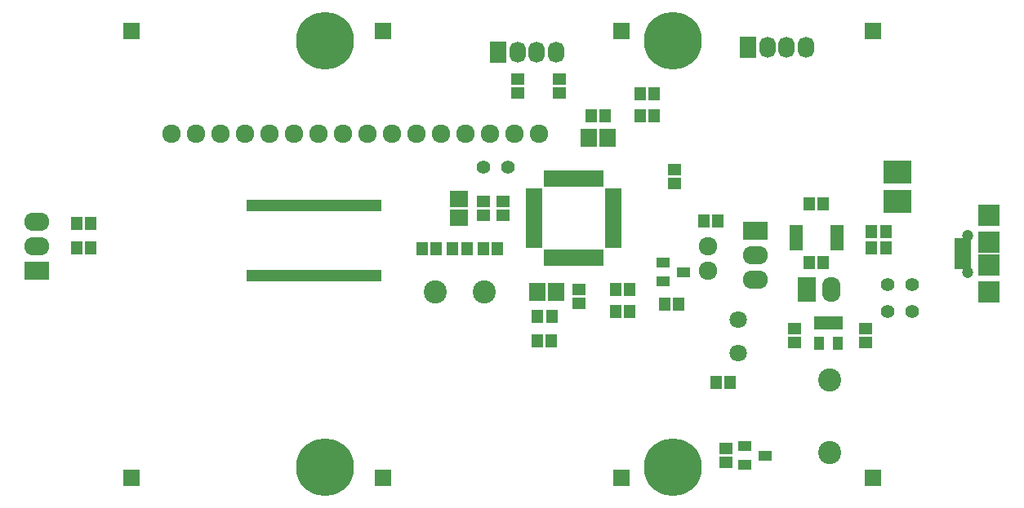
<source format=gbr>
%TF.GenerationSoftware,KiCad,Pcbnew,no-vcs-found-7613~57~ubuntu16.10.1*%
%TF.CreationDate,2017-03-07T09:53:51+01:00*%
%TF.ProjectId,gp8-clock,6770382D636C6F636B2E6B696361645F,rev?*%
%TF.FileFunction,Soldermask,Bot*%
%TF.FilePolarity,Negative*%
%FSLAX46Y46*%
G04 Gerber Fmt 4.6, Leading zero omitted, Abs format (unit mm)*
G04 Created by KiCad (PCBNEW no-vcs-found-7613~57~ubuntu16.10.1) date Tue Mar  7 09:53:51 2017*
%MOMM*%
%LPD*%
G01*
G04 APERTURE LIST*
%ADD10C,0.100000*%
%ADD11R,0.600000X1.300000*%
%ADD12R,1.299160X1.400760*%
%ADD13C,6.000000*%
%ADD14R,1.750000X1.750000*%
%ADD15O,1.700000X2.200000*%
%ADD16R,1.700000X2.200000*%
%ADD17R,1.400760X1.299160*%
%ADD18R,0.999440X1.400760*%
%ADD19C,1.924000*%
%ADD20R,1.898600X1.700480*%
%ADD21R,1.700480X1.898600*%
%ADD22R,1.400760X0.999440*%
%ADD23R,2.599640X1.924000*%
%ADD24O,2.599640X1.924000*%
%ADD25R,1.700480X0.699720*%
%ADD26R,0.699720X1.700480*%
%ADD27R,2.297380X2.297380*%
%ADD28R,1.748740X0.798780*%
%ADD29R,1.746200X0.798780*%
%ADD30C,1.197560*%
%ADD31R,1.400000X0.650000*%
%ADD32R,2.899360X2.350720*%
%ADD33C,1.416000*%
%ADD34C,1.800000*%
%ADD35C,2.400000*%
%ADD36R,1.924000X2.599640*%
%ADD37O,1.924000X2.599640*%
%ADD38C,2.398980*%
G04 APERTURE END LIST*
D10*
D11*
X125838000Y-97492000D03*
X126338000Y-97492000D03*
X126838000Y-97492000D03*
X127338000Y-97492000D03*
X127838000Y-97492000D03*
X128338000Y-97492000D03*
X128838000Y-97492000D03*
X129338000Y-97492000D03*
X129838000Y-97492000D03*
X130338000Y-97492000D03*
X130838000Y-97492000D03*
X131338000Y-97492000D03*
X131838000Y-97492000D03*
X132338000Y-97492000D03*
X132838000Y-97492000D03*
X133338000Y-97492000D03*
X133838000Y-97492000D03*
X134338000Y-97492000D03*
X134838000Y-97492000D03*
X135338000Y-97492000D03*
X135838000Y-97492000D03*
X136338000Y-97492000D03*
X136838000Y-97492000D03*
X137338000Y-97492000D03*
X137838000Y-97492000D03*
X138338000Y-97492000D03*
X138838000Y-97492000D03*
X139338000Y-97492000D03*
X139338000Y-104752000D03*
X138838000Y-104752000D03*
X138338000Y-104752000D03*
X137838000Y-104752000D03*
X137338000Y-104752000D03*
X136838000Y-104752000D03*
X136338000Y-104752000D03*
X135838000Y-104752000D03*
X135338000Y-104752000D03*
X134838000Y-104752000D03*
X134338000Y-104752000D03*
X133838000Y-104752000D03*
X133338000Y-104752000D03*
X132838000Y-104752000D03*
X132338000Y-104752000D03*
X131838000Y-104752000D03*
X131338000Y-104752000D03*
X130838000Y-104752000D03*
X130338000Y-104752000D03*
X129838000Y-104752000D03*
X129338000Y-104752000D03*
X128838000Y-104752000D03*
X128338000Y-104752000D03*
X127838000Y-104752000D03*
X127338000Y-104752000D03*
X126838000Y-104752000D03*
X126338000Y-104752000D03*
X125838000Y-104752000D03*
D12*
X167883840Y-85852000D03*
X166380160Y-85852000D03*
X166380160Y-88138000D03*
X167883840Y-88138000D03*
X185409840Y-97282000D03*
X183906160Y-97282000D03*
D13*
X169773600Y-124637800D03*
X169773600Y-80365600D03*
X133756400Y-80416400D03*
X133731000Y-124637800D03*
D14*
X190500000Y-125730000D03*
X190500000Y-79375000D03*
X139700000Y-79375000D03*
X164465000Y-79375000D03*
X164465000Y-125730000D03*
X113665000Y-125730000D03*
X139700000Y-125730000D03*
X113665000Y-79375000D03*
D15*
X183594000Y-81026000D03*
X181594000Y-81026000D03*
X179594000Y-81026000D03*
D16*
X177594000Y-81026000D03*
X151686000Y-81534000D03*
D15*
X153686000Y-81534000D03*
X155686000Y-81534000D03*
X157686000Y-81534000D03*
D17*
X189738000Y-110246160D03*
X189738000Y-111749840D03*
X182372000Y-111749840D03*
X182372000Y-110246160D03*
D18*
X184975500Y-109687360D03*
X186880500Y-109687360D03*
X185928000Y-109687360D03*
X186880500Y-111800640D03*
X184975500Y-111800640D03*
D19*
X155904000Y-90011000D03*
X153364000Y-90011000D03*
X150824000Y-90011000D03*
X148284000Y-90011000D03*
X145744000Y-90011000D03*
X143204000Y-90011000D03*
X140664000Y-90011000D03*
X138124000Y-90011000D03*
X135584000Y-90011000D03*
X133044000Y-90011000D03*
X130504000Y-90011000D03*
X127964000Y-90011000D03*
X125424000Y-90011000D03*
X122884000Y-90011000D03*
X120344000Y-90011000D03*
X117804000Y-90011000D03*
X173414000Y-101711000D03*
X173414000Y-104251000D03*
D12*
X109463840Y-99314000D03*
X107960160Y-99314000D03*
X163840160Y-106172000D03*
X165343840Y-106172000D03*
X145277840Y-101981000D03*
X143774160Y-101981000D03*
X150124160Y-101981000D03*
X151627840Y-101981000D03*
X163840160Y-108458000D03*
X165343840Y-108458000D03*
D20*
X147574000Y-96837500D03*
X147574000Y-98742500D03*
D17*
X150114000Y-97038160D03*
X150114000Y-98541840D03*
X152146000Y-97038160D03*
X152146000Y-98541840D03*
D12*
X155712160Y-111506000D03*
X157215840Y-111506000D03*
X155722320Y-108966000D03*
X157226000Y-108966000D03*
D21*
X155765500Y-106426000D03*
X157670500Y-106426000D03*
D17*
X169926000Y-95239840D03*
X169926000Y-93736160D03*
D12*
X162803840Y-88138000D03*
X161300160Y-88138000D03*
D21*
X163004500Y-90424000D03*
X161099500Y-90424000D03*
D22*
X168742360Y-105346500D03*
X170855640Y-104394000D03*
X168742360Y-103441500D03*
D17*
X160020000Y-106182160D03*
X160020000Y-107685840D03*
D12*
X168920160Y-107696000D03*
X170423840Y-107696000D03*
X172974000Y-99060000D03*
X174477680Y-99060000D03*
X109453680Y-101854000D03*
X107950000Y-101854000D03*
X146949160Y-101981000D03*
X148452840Y-101981000D03*
X191886840Y-100203000D03*
X190383160Y-100203000D03*
X191886840Y-101854000D03*
X190383160Y-101854000D03*
X175757840Y-115824000D03*
X174254160Y-115824000D03*
D17*
X175260000Y-122692160D03*
X175260000Y-124195840D03*
D12*
X183906160Y-103378000D03*
X185409840Y-103378000D03*
D23*
X103854000Y-104251000D03*
D24*
X103854000Y-101711000D03*
X103854000Y-99171000D03*
D25*
X155412440Y-100055680D03*
X155412440Y-99555300D03*
X155412440Y-99054920D03*
X155412440Y-98557080D03*
X155412440Y-98056700D03*
X155412440Y-101556820D03*
X155412440Y-101056440D03*
X155412440Y-100556060D03*
D26*
X156761180Y-94706440D03*
X157261560Y-94706440D03*
X157761940Y-94706440D03*
X158262320Y-94706440D03*
X158762700Y-94706440D03*
X159263080Y-94706440D03*
X159760920Y-94706440D03*
X160261300Y-94706440D03*
D25*
X163611560Y-96055180D03*
X163611560Y-96555560D03*
X163611560Y-97055940D03*
X163611560Y-97556320D03*
X163611560Y-98056700D03*
X163611560Y-98557080D03*
X163611560Y-99054920D03*
X163611560Y-99555300D03*
D26*
X162262820Y-102905560D03*
X161762440Y-102905560D03*
X161262060Y-102905560D03*
X160761680Y-102905560D03*
X160261300Y-102905560D03*
X159760920Y-102905560D03*
X159263080Y-102905560D03*
X158762700Y-102905560D03*
D25*
X155412440Y-97556320D03*
X155412440Y-97055940D03*
X155412440Y-96555560D03*
X155412440Y-96055180D03*
D26*
X160761680Y-94706440D03*
X161262060Y-94706440D03*
X161762440Y-94706440D03*
X162262820Y-94706440D03*
D25*
X163611560Y-100055680D03*
X163611560Y-100556060D03*
X163611560Y-101056440D03*
X163611560Y-101556820D03*
D26*
X158262320Y-102905560D03*
X157761940Y-102905560D03*
X157261560Y-102905560D03*
X156761180Y-102905560D03*
D27*
X202539600Y-101290120D03*
X202539600Y-103687880D03*
X202539600Y-106438700D03*
X202539600Y-98539300D03*
D28*
X199864980Y-101188520D03*
D29*
X199864980Y-101841300D03*
X199864980Y-102489000D03*
X199864980Y-103136700D03*
X199864980Y-103789480D03*
D30*
X200393300Y-104386380D03*
X200390760Y-100589080D03*
D31*
X186771100Y-99838000D03*
X186771100Y-100338000D03*
X186771100Y-100838000D03*
X186771100Y-101338000D03*
X186771100Y-101838000D03*
X182544900Y-101838000D03*
X182544900Y-101338000D03*
X182544900Y-100838000D03*
X182544900Y-100338000D03*
X182544900Y-99838000D03*
D32*
X193040000Y-93980000D03*
X193040000Y-97028000D03*
D23*
X178308000Y-100076000D03*
D24*
X178308000Y-102616000D03*
X178308000Y-105156000D03*
D33*
X150114000Y-93472000D03*
X152654000Y-93472000D03*
X192024000Y-105664000D03*
X194564000Y-105664000D03*
X192024000Y-108458000D03*
X194564000Y-108458000D03*
D22*
X177251360Y-124396500D03*
X179364640Y-123444000D03*
X177251360Y-122491500D03*
D34*
X176530000Y-109376000D03*
X176530000Y-112776000D03*
D17*
X153670000Y-84338160D03*
X153670000Y-85841840D03*
X157988000Y-84338160D03*
X157988000Y-85841840D03*
D35*
X186055000Y-115580160D03*
X186055000Y-123179840D03*
D36*
X183642000Y-106172000D03*
D37*
X186182000Y-106172000D03*
D38*
X145161000Y-106426000D03*
X150241000Y-106426000D03*
M02*

</source>
